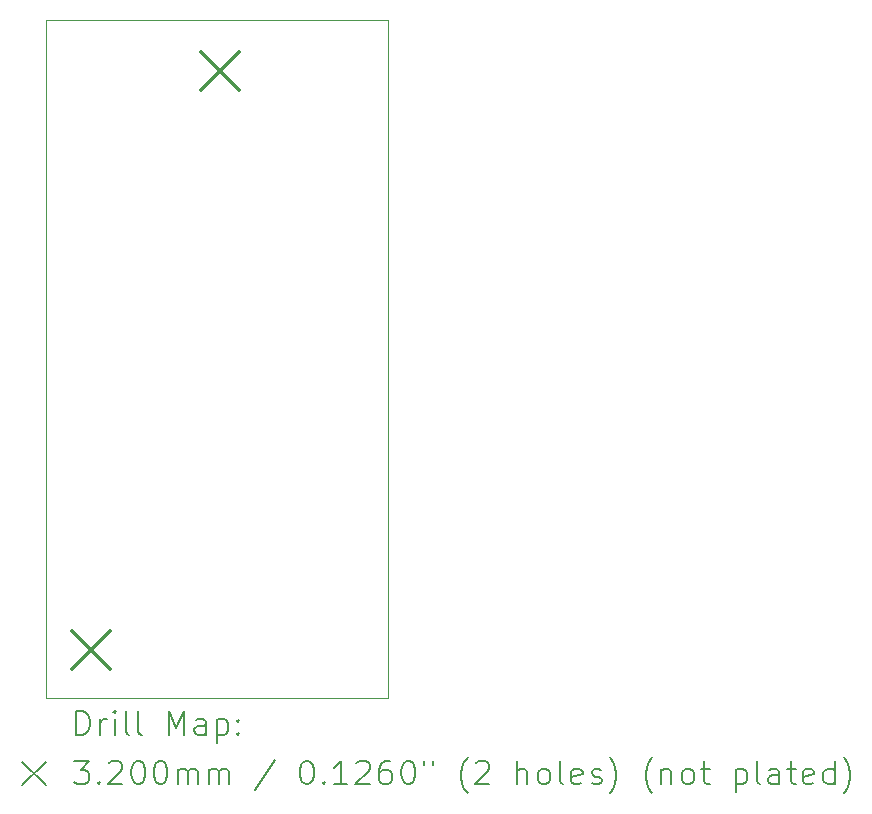
<source format=gbr>
%TF.GenerationSoftware,KiCad,Pcbnew,8.0.8+1*%
%TF.CreationDate,2025-02-28T11:12:55+11:00*%
%TF.ProjectId,vichyctl,76696368-7963-4746-9c2e-6b696361645f,rev?*%
%TF.SameCoordinates,Original*%
%TF.FileFunction,Drillmap*%
%TF.FilePolarity,Positive*%
%FSLAX45Y45*%
G04 Gerber Fmt 4.5, Leading zero omitted, Abs format (unit mm)*
G04 Created by KiCad (PCBNEW 8.0.8+1) date 2025-02-28 11:12:55*
%MOMM*%
%LPD*%
G01*
G04 APERTURE LIST*
%ADD10C,0.050000*%
%ADD11C,0.200000*%
%ADD12C,0.320000*%
G04 APERTURE END LIST*
D10*
X11963400Y-4140200D02*
X14859000Y-4140200D01*
X14859000Y-9880600D01*
X11963400Y-9880600D01*
X11963400Y-4140200D01*
D11*
D12*
X12184400Y-9314200D02*
X12504400Y-9634200D01*
X12504400Y-9314200D02*
X12184400Y-9634200D01*
X13276600Y-4412000D02*
X13596600Y-4732000D01*
X13596600Y-4412000D02*
X13276600Y-4732000D01*
D11*
X12221677Y-10194584D02*
X12221677Y-9994584D01*
X12221677Y-9994584D02*
X12269296Y-9994584D01*
X12269296Y-9994584D02*
X12297867Y-10004108D01*
X12297867Y-10004108D02*
X12316915Y-10023155D01*
X12316915Y-10023155D02*
X12326439Y-10042203D01*
X12326439Y-10042203D02*
X12335962Y-10080298D01*
X12335962Y-10080298D02*
X12335962Y-10108870D01*
X12335962Y-10108870D02*
X12326439Y-10146965D01*
X12326439Y-10146965D02*
X12316915Y-10166012D01*
X12316915Y-10166012D02*
X12297867Y-10185060D01*
X12297867Y-10185060D02*
X12269296Y-10194584D01*
X12269296Y-10194584D02*
X12221677Y-10194584D01*
X12421677Y-10194584D02*
X12421677Y-10061250D01*
X12421677Y-10099346D02*
X12431201Y-10080298D01*
X12431201Y-10080298D02*
X12440724Y-10070774D01*
X12440724Y-10070774D02*
X12459772Y-10061250D01*
X12459772Y-10061250D02*
X12478820Y-10061250D01*
X12545486Y-10194584D02*
X12545486Y-10061250D01*
X12545486Y-9994584D02*
X12535962Y-10004108D01*
X12535962Y-10004108D02*
X12545486Y-10013631D01*
X12545486Y-10013631D02*
X12555010Y-10004108D01*
X12555010Y-10004108D02*
X12545486Y-9994584D01*
X12545486Y-9994584D02*
X12545486Y-10013631D01*
X12669296Y-10194584D02*
X12650248Y-10185060D01*
X12650248Y-10185060D02*
X12640724Y-10166012D01*
X12640724Y-10166012D02*
X12640724Y-9994584D01*
X12774058Y-10194584D02*
X12755010Y-10185060D01*
X12755010Y-10185060D02*
X12745486Y-10166012D01*
X12745486Y-10166012D02*
X12745486Y-9994584D01*
X13002629Y-10194584D02*
X13002629Y-9994584D01*
X13002629Y-9994584D02*
X13069296Y-10137441D01*
X13069296Y-10137441D02*
X13135962Y-9994584D01*
X13135962Y-9994584D02*
X13135962Y-10194584D01*
X13316915Y-10194584D02*
X13316915Y-10089822D01*
X13316915Y-10089822D02*
X13307391Y-10070774D01*
X13307391Y-10070774D02*
X13288343Y-10061250D01*
X13288343Y-10061250D02*
X13250248Y-10061250D01*
X13250248Y-10061250D02*
X13231201Y-10070774D01*
X13316915Y-10185060D02*
X13297867Y-10194584D01*
X13297867Y-10194584D02*
X13250248Y-10194584D01*
X13250248Y-10194584D02*
X13231201Y-10185060D01*
X13231201Y-10185060D02*
X13221677Y-10166012D01*
X13221677Y-10166012D02*
X13221677Y-10146965D01*
X13221677Y-10146965D02*
X13231201Y-10127917D01*
X13231201Y-10127917D02*
X13250248Y-10118393D01*
X13250248Y-10118393D02*
X13297867Y-10118393D01*
X13297867Y-10118393D02*
X13316915Y-10108870D01*
X13412153Y-10061250D02*
X13412153Y-10261250D01*
X13412153Y-10070774D02*
X13431201Y-10061250D01*
X13431201Y-10061250D02*
X13469296Y-10061250D01*
X13469296Y-10061250D02*
X13488343Y-10070774D01*
X13488343Y-10070774D02*
X13497867Y-10080298D01*
X13497867Y-10080298D02*
X13507391Y-10099346D01*
X13507391Y-10099346D02*
X13507391Y-10156489D01*
X13507391Y-10156489D02*
X13497867Y-10175536D01*
X13497867Y-10175536D02*
X13488343Y-10185060D01*
X13488343Y-10185060D02*
X13469296Y-10194584D01*
X13469296Y-10194584D02*
X13431201Y-10194584D01*
X13431201Y-10194584D02*
X13412153Y-10185060D01*
X13593105Y-10175536D02*
X13602629Y-10185060D01*
X13602629Y-10185060D02*
X13593105Y-10194584D01*
X13593105Y-10194584D02*
X13583582Y-10185060D01*
X13583582Y-10185060D02*
X13593105Y-10175536D01*
X13593105Y-10175536D02*
X13593105Y-10194584D01*
X13593105Y-10070774D02*
X13602629Y-10080298D01*
X13602629Y-10080298D02*
X13593105Y-10089822D01*
X13593105Y-10089822D02*
X13583582Y-10080298D01*
X13583582Y-10080298D02*
X13593105Y-10070774D01*
X13593105Y-10070774D02*
X13593105Y-10089822D01*
X11760900Y-10423100D02*
X11960900Y-10623100D01*
X11960900Y-10423100D02*
X11760900Y-10623100D01*
X12202629Y-10414584D02*
X12326439Y-10414584D01*
X12326439Y-10414584D02*
X12259772Y-10490774D01*
X12259772Y-10490774D02*
X12288343Y-10490774D01*
X12288343Y-10490774D02*
X12307391Y-10500298D01*
X12307391Y-10500298D02*
X12316915Y-10509822D01*
X12316915Y-10509822D02*
X12326439Y-10528870D01*
X12326439Y-10528870D02*
X12326439Y-10576489D01*
X12326439Y-10576489D02*
X12316915Y-10595536D01*
X12316915Y-10595536D02*
X12307391Y-10605060D01*
X12307391Y-10605060D02*
X12288343Y-10614584D01*
X12288343Y-10614584D02*
X12231201Y-10614584D01*
X12231201Y-10614584D02*
X12212153Y-10605060D01*
X12212153Y-10605060D02*
X12202629Y-10595536D01*
X12412153Y-10595536D02*
X12421677Y-10605060D01*
X12421677Y-10605060D02*
X12412153Y-10614584D01*
X12412153Y-10614584D02*
X12402629Y-10605060D01*
X12402629Y-10605060D02*
X12412153Y-10595536D01*
X12412153Y-10595536D02*
X12412153Y-10614584D01*
X12497867Y-10433631D02*
X12507391Y-10424108D01*
X12507391Y-10424108D02*
X12526439Y-10414584D01*
X12526439Y-10414584D02*
X12574058Y-10414584D01*
X12574058Y-10414584D02*
X12593105Y-10424108D01*
X12593105Y-10424108D02*
X12602629Y-10433631D01*
X12602629Y-10433631D02*
X12612153Y-10452679D01*
X12612153Y-10452679D02*
X12612153Y-10471727D01*
X12612153Y-10471727D02*
X12602629Y-10500298D01*
X12602629Y-10500298D02*
X12488343Y-10614584D01*
X12488343Y-10614584D02*
X12612153Y-10614584D01*
X12735962Y-10414584D02*
X12755010Y-10414584D01*
X12755010Y-10414584D02*
X12774058Y-10424108D01*
X12774058Y-10424108D02*
X12783582Y-10433631D01*
X12783582Y-10433631D02*
X12793105Y-10452679D01*
X12793105Y-10452679D02*
X12802629Y-10490774D01*
X12802629Y-10490774D02*
X12802629Y-10538393D01*
X12802629Y-10538393D02*
X12793105Y-10576489D01*
X12793105Y-10576489D02*
X12783582Y-10595536D01*
X12783582Y-10595536D02*
X12774058Y-10605060D01*
X12774058Y-10605060D02*
X12755010Y-10614584D01*
X12755010Y-10614584D02*
X12735962Y-10614584D01*
X12735962Y-10614584D02*
X12716915Y-10605060D01*
X12716915Y-10605060D02*
X12707391Y-10595536D01*
X12707391Y-10595536D02*
X12697867Y-10576489D01*
X12697867Y-10576489D02*
X12688343Y-10538393D01*
X12688343Y-10538393D02*
X12688343Y-10490774D01*
X12688343Y-10490774D02*
X12697867Y-10452679D01*
X12697867Y-10452679D02*
X12707391Y-10433631D01*
X12707391Y-10433631D02*
X12716915Y-10424108D01*
X12716915Y-10424108D02*
X12735962Y-10414584D01*
X12926439Y-10414584D02*
X12945486Y-10414584D01*
X12945486Y-10414584D02*
X12964534Y-10424108D01*
X12964534Y-10424108D02*
X12974058Y-10433631D01*
X12974058Y-10433631D02*
X12983582Y-10452679D01*
X12983582Y-10452679D02*
X12993105Y-10490774D01*
X12993105Y-10490774D02*
X12993105Y-10538393D01*
X12993105Y-10538393D02*
X12983582Y-10576489D01*
X12983582Y-10576489D02*
X12974058Y-10595536D01*
X12974058Y-10595536D02*
X12964534Y-10605060D01*
X12964534Y-10605060D02*
X12945486Y-10614584D01*
X12945486Y-10614584D02*
X12926439Y-10614584D01*
X12926439Y-10614584D02*
X12907391Y-10605060D01*
X12907391Y-10605060D02*
X12897867Y-10595536D01*
X12897867Y-10595536D02*
X12888343Y-10576489D01*
X12888343Y-10576489D02*
X12878820Y-10538393D01*
X12878820Y-10538393D02*
X12878820Y-10490774D01*
X12878820Y-10490774D02*
X12888343Y-10452679D01*
X12888343Y-10452679D02*
X12897867Y-10433631D01*
X12897867Y-10433631D02*
X12907391Y-10424108D01*
X12907391Y-10424108D02*
X12926439Y-10414584D01*
X13078820Y-10614584D02*
X13078820Y-10481250D01*
X13078820Y-10500298D02*
X13088343Y-10490774D01*
X13088343Y-10490774D02*
X13107391Y-10481250D01*
X13107391Y-10481250D02*
X13135963Y-10481250D01*
X13135963Y-10481250D02*
X13155010Y-10490774D01*
X13155010Y-10490774D02*
X13164534Y-10509822D01*
X13164534Y-10509822D02*
X13164534Y-10614584D01*
X13164534Y-10509822D02*
X13174058Y-10490774D01*
X13174058Y-10490774D02*
X13193105Y-10481250D01*
X13193105Y-10481250D02*
X13221677Y-10481250D01*
X13221677Y-10481250D02*
X13240724Y-10490774D01*
X13240724Y-10490774D02*
X13250248Y-10509822D01*
X13250248Y-10509822D02*
X13250248Y-10614584D01*
X13345486Y-10614584D02*
X13345486Y-10481250D01*
X13345486Y-10500298D02*
X13355010Y-10490774D01*
X13355010Y-10490774D02*
X13374058Y-10481250D01*
X13374058Y-10481250D02*
X13402629Y-10481250D01*
X13402629Y-10481250D02*
X13421677Y-10490774D01*
X13421677Y-10490774D02*
X13431201Y-10509822D01*
X13431201Y-10509822D02*
X13431201Y-10614584D01*
X13431201Y-10509822D02*
X13440724Y-10490774D01*
X13440724Y-10490774D02*
X13459772Y-10481250D01*
X13459772Y-10481250D02*
X13488343Y-10481250D01*
X13488343Y-10481250D02*
X13507391Y-10490774D01*
X13507391Y-10490774D02*
X13516915Y-10509822D01*
X13516915Y-10509822D02*
X13516915Y-10614584D01*
X13907391Y-10405060D02*
X13735963Y-10662203D01*
X14164534Y-10414584D02*
X14183582Y-10414584D01*
X14183582Y-10414584D02*
X14202629Y-10424108D01*
X14202629Y-10424108D02*
X14212153Y-10433631D01*
X14212153Y-10433631D02*
X14221677Y-10452679D01*
X14221677Y-10452679D02*
X14231201Y-10490774D01*
X14231201Y-10490774D02*
X14231201Y-10538393D01*
X14231201Y-10538393D02*
X14221677Y-10576489D01*
X14221677Y-10576489D02*
X14212153Y-10595536D01*
X14212153Y-10595536D02*
X14202629Y-10605060D01*
X14202629Y-10605060D02*
X14183582Y-10614584D01*
X14183582Y-10614584D02*
X14164534Y-10614584D01*
X14164534Y-10614584D02*
X14145486Y-10605060D01*
X14145486Y-10605060D02*
X14135963Y-10595536D01*
X14135963Y-10595536D02*
X14126439Y-10576489D01*
X14126439Y-10576489D02*
X14116915Y-10538393D01*
X14116915Y-10538393D02*
X14116915Y-10490774D01*
X14116915Y-10490774D02*
X14126439Y-10452679D01*
X14126439Y-10452679D02*
X14135963Y-10433631D01*
X14135963Y-10433631D02*
X14145486Y-10424108D01*
X14145486Y-10424108D02*
X14164534Y-10414584D01*
X14316915Y-10595536D02*
X14326439Y-10605060D01*
X14326439Y-10605060D02*
X14316915Y-10614584D01*
X14316915Y-10614584D02*
X14307391Y-10605060D01*
X14307391Y-10605060D02*
X14316915Y-10595536D01*
X14316915Y-10595536D02*
X14316915Y-10614584D01*
X14516915Y-10614584D02*
X14402629Y-10614584D01*
X14459772Y-10614584D02*
X14459772Y-10414584D01*
X14459772Y-10414584D02*
X14440725Y-10443155D01*
X14440725Y-10443155D02*
X14421677Y-10462203D01*
X14421677Y-10462203D02*
X14402629Y-10471727D01*
X14593106Y-10433631D02*
X14602629Y-10424108D01*
X14602629Y-10424108D02*
X14621677Y-10414584D01*
X14621677Y-10414584D02*
X14669296Y-10414584D01*
X14669296Y-10414584D02*
X14688344Y-10424108D01*
X14688344Y-10424108D02*
X14697867Y-10433631D01*
X14697867Y-10433631D02*
X14707391Y-10452679D01*
X14707391Y-10452679D02*
X14707391Y-10471727D01*
X14707391Y-10471727D02*
X14697867Y-10500298D01*
X14697867Y-10500298D02*
X14583582Y-10614584D01*
X14583582Y-10614584D02*
X14707391Y-10614584D01*
X14878820Y-10414584D02*
X14840725Y-10414584D01*
X14840725Y-10414584D02*
X14821677Y-10424108D01*
X14821677Y-10424108D02*
X14812153Y-10433631D01*
X14812153Y-10433631D02*
X14793106Y-10462203D01*
X14793106Y-10462203D02*
X14783582Y-10500298D01*
X14783582Y-10500298D02*
X14783582Y-10576489D01*
X14783582Y-10576489D02*
X14793106Y-10595536D01*
X14793106Y-10595536D02*
X14802629Y-10605060D01*
X14802629Y-10605060D02*
X14821677Y-10614584D01*
X14821677Y-10614584D02*
X14859772Y-10614584D01*
X14859772Y-10614584D02*
X14878820Y-10605060D01*
X14878820Y-10605060D02*
X14888344Y-10595536D01*
X14888344Y-10595536D02*
X14897867Y-10576489D01*
X14897867Y-10576489D02*
X14897867Y-10528870D01*
X14897867Y-10528870D02*
X14888344Y-10509822D01*
X14888344Y-10509822D02*
X14878820Y-10500298D01*
X14878820Y-10500298D02*
X14859772Y-10490774D01*
X14859772Y-10490774D02*
X14821677Y-10490774D01*
X14821677Y-10490774D02*
X14802629Y-10500298D01*
X14802629Y-10500298D02*
X14793106Y-10509822D01*
X14793106Y-10509822D02*
X14783582Y-10528870D01*
X15021677Y-10414584D02*
X15040725Y-10414584D01*
X15040725Y-10414584D02*
X15059772Y-10424108D01*
X15059772Y-10424108D02*
X15069296Y-10433631D01*
X15069296Y-10433631D02*
X15078820Y-10452679D01*
X15078820Y-10452679D02*
X15088344Y-10490774D01*
X15088344Y-10490774D02*
X15088344Y-10538393D01*
X15088344Y-10538393D02*
X15078820Y-10576489D01*
X15078820Y-10576489D02*
X15069296Y-10595536D01*
X15069296Y-10595536D02*
X15059772Y-10605060D01*
X15059772Y-10605060D02*
X15040725Y-10614584D01*
X15040725Y-10614584D02*
X15021677Y-10614584D01*
X15021677Y-10614584D02*
X15002629Y-10605060D01*
X15002629Y-10605060D02*
X14993106Y-10595536D01*
X14993106Y-10595536D02*
X14983582Y-10576489D01*
X14983582Y-10576489D02*
X14974058Y-10538393D01*
X14974058Y-10538393D02*
X14974058Y-10490774D01*
X14974058Y-10490774D02*
X14983582Y-10452679D01*
X14983582Y-10452679D02*
X14993106Y-10433631D01*
X14993106Y-10433631D02*
X15002629Y-10424108D01*
X15002629Y-10424108D02*
X15021677Y-10414584D01*
X15164534Y-10414584D02*
X15164534Y-10452679D01*
X15240725Y-10414584D02*
X15240725Y-10452679D01*
X15535963Y-10690774D02*
X15526439Y-10681250D01*
X15526439Y-10681250D02*
X15507391Y-10652679D01*
X15507391Y-10652679D02*
X15497868Y-10633631D01*
X15497868Y-10633631D02*
X15488344Y-10605060D01*
X15488344Y-10605060D02*
X15478820Y-10557441D01*
X15478820Y-10557441D02*
X15478820Y-10519346D01*
X15478820Y-10519346D02*
X15488344Y-10471727D01*
X15488344Y-10471727D02*
X15497868Y-10443155D01*
X15497868Y-10443155D02*
X15507391Y-10424108D01*
X15507391Y-10424108D02*
X15526439Y-10395536D01*
X15526439Y-10395536D02*
X15535963Y-10386012D01*
X15602629Y-10433631D02*
X15612153Y-10424108D01*
X15612153Y-10424108D02*
X15631201Y-10414584D01*
X15631201Y-10414584D02*
X15678820Y-10414584D01*
X15678820Y-10414584D02*
X15697868Y-10424108D01*
X15697868Y-10424108D02*
X15707391Y-10433631D01*
X15707391Y-10433631D02*
X15716915Y-10452679D01*
X15716915Y-10452679D02*
X15716915Y-10471727D01*
X15716915Y-10471727D02*
X15707391Y-10500298D01*
X15707391Y-10500298D02*
X15593106Y-10614584D01*
X15593106Y-10614584D02*
X15716915Y-10614584D01*
X15955010Y-10614584D02*
X15955010Y-10414584D01*
X16040725Y-10614584D02*
X16040725Y-10509822D01*
X16040725Y-10509822D02*
X16031201Y-10490774D01*
X16031201Y-10490774D02*
X16012153Y-10481250D01*
X16012153Y-10481250D02*
X15983582Y-10481250D01*
X15983582Y-10481250D02*
X15964534Y-10490774D01*
X15964534Y-10490774D02*
X15955010Y-10500298D01*
X16164534Y-10614584D02*
X16145487Y-10605060D01*
X16145487Y-10605060D02*
X16135963Y-10595536D01*
X16135963Y-10595536D02*
X16126439Y-10576489D01*
X16126439Y-10576489D02*
X16126439Y-10519346D01*
X16126439Y-10519346D02*
X16135963Y-10500298D01*
X16135963Y-10500298D02*
X16145487Y-10490774D01*
X16145487Y-10490774D02*
X16164534Y-10481250D01*
X16164534Y-10481250D02*
X16193106Y-10481250D01*
X16193106Y-10481250D02*
X16212153Y-10490774D01*
X16212153Y-10490774D02*
X16221677Y-10500298D01*
X16221677Y-10500298D02*
X16231201Y-10519346D01*
X16231201Y-10519346D02*
X16231201Y-10576489D01*
X16231201Y-10576489D02*
X16221677Y-10595536D01*
X16221677Y-10595536D02*
X16212153Y-10605060D01*
X16212153Y-10605060D02*
X16193106Y-10614584D01*
X16193106Y-10614584D02*
X16164534Y-10614584D01*
X16345487Y-10614584D02*
X16326439Y-10605060D01*
X16326439Y-10605060D02*
X16316915Y-10586012D01*
X16316915Y-10586012D02*
X16316915Y-10414584D01*
X16497868Y-10605060D02*
X16478820Y-10614584D01*
X16478820Y-10614584D02*
X16440725Y-10614584D01*
X16440725Y-10614584D02*
X16421677Y-10605060D01*
X16421677Y-10605060D02*
X16412153Y-10586012D01*
X16412153Y-10586012D02*
X16412153Y-10509822D01*
X16412153Y-10509822D02*
X16421677Y-10490774D01*
X16421677Y-10490774D02*
X16440725Y-10481250D01*
X16440725Y-10481250D02*
X16478820Y-10481250D01*
X16478820Y-10481250D02*
X16497868Y-10490774D01*
X16497868Y-10490774D02*
X16507391Y-10509822D01*
X16507391Y-10509822D02*
X16507391Y-10528870D01*
X16507391Y-10528870D02*
X16412153Y-10547917D01*
X16583582Y-10605060D02*
X16602630Y-10614584D01*
X16602630Y-10614584D02*
X16640725Y-10614584D01*
X16640725Y-10614584D02*
X16659772Y-10605060D01*
X16659772Y-10605060D02*
X16669296Y-10586012D01*
X16669296Y-10586012D02*
X16669296Y-10576489D01*
X16669296Y-10576489D02*
X16659772Y-10557441D01*
X16659772Y-10557441D02*
X16640725Y-10547917D01*
X16640725Y-10547917D02*
X16612153Y-10547917D01*
X16612153Y-10547917D02*
X16593106Y-10538393D01*
X16593106Y-10538393D02*
X16583582Y-10519346D01*
X16583582Y-10519346D02*
X16583582Y-10509822D01*
X16583582Y-10509822D02*
X16593106Y-10490774D01*
X16593106Y-10490774D02*
X16612153Y-10481250D01*
X16612153Y-10481250D02*
X16640725Y-10481250D01*
X16640725Y-10481250D02*
X16659772Y-10490774D01*
X16735963Y-10690774D02*
X16745487Y-10681250D01*
X16745487Y-10681250D02*
X16764534Y-10652679D01*
X16764534Y-10652679D02*
X16774058Y-10633631D01*
X16774058Y-10633631D02*
X16783582Y-10605060D01*
X16783582Y-10605060D02*
X16793106Y-10557441D01*
X16793106Y-10557441D02*
X16793106Y-10519346D01*
X16793106Y-10519346D02*
X16783582Y-10471727D01*
X16783582Y-10471727D02*
X16774058Y-10443155D01*
X16774058Y-10443155D02*
X16764534Y-10424108D01*
X16764534Y-10424108D02*
X16745487Y-10395536D01*
X16745487Y-10395536D02*
X16735963Y-10386012D01*
X17097868Y-10690774D02*
X17088344Y-10681250D01*
X17088344Y-10681250D02*
X17069296Y-10652679D01*
X17069296Y-10652679D02*
X17059773Y-10633631D01*
X17059773Y-10633631D02*
X17050249Y-10605060D01*
X17050249Y-10605060D02*
X17040725Y-10557441D01*
X17040725Y-10557441D02*
X17040725Y-10519346D01*
X17040725Y-10519346D02*
X17050249Y-10471727D01*
X17050249Y-10471727D02*
X17059773Y-10443155D01*
X17059773Y-10443155D02*
X17069296Y-10424108D01*
X17069296Y-10424108D02*
X17088344Y-10395536D01*
X17088344Y-10395536D02*
X17097868Y-10386012D01*
X17174058Y-10481250D02*
X17174058Y-10614584D01*
X17174058Y-10500298D02*
X17183582Y-10490774D01*
X17183582Y-10490774D02*
X17202630Y-10481250D01*
X17202630Y-10481250D02*
X17231201Y-10481250D01*
X17231201Y-10481250D02*
X17250249Y-10490774D01*
X17250249Y-10490774D02*
X17259773Y-10509822D01*
X17259773Y-10509822D02*
X17259773Y-10614584D01*
X17383582Y-10614584D02*
X17364534Y-10605060D01*
X17364534Y-10605060D02*
X17355011Y-10595536D01*
X17355011Y-10595536D02*
X17345487Y-10576489D01*
X17345487Y-10576489D02*
X17345487Y-10519346D01*
X17345487Y-10519346D02*
X17355011Y-10500298D01*
X17355011Y-10500298D02*
X17364534Y-10490774D01*
X17364534Y-10490774D02*
X17383582Y-10481250D01*
X17383582Y-10481250D02*
X17412154Y-10481250D01*
X17412154Y-10481250D02*
X17431201Y-10490774D01*
X17431201Y-10490774D02*
X17440725Y-10500298D01*
X17440725Y-10500298D02*
X17450249Y-10519346D01*
X17450249Y-10519346D02*
X17450249Y-10576489D01*
X17450249Y-10576489D02*
X17440725Y-10595536D01*
X17440725Y-10595536D02*
X17431201Y-10605060D01*
X17431201Y-10605060D02*
X17412154Y-10614584D01*
X17412154Y-10614584D02*
X17383582Y-10614584D01*
X17507392Y-10481250D02*
X17583582Y-10481250D01*
X17535963Y-10414584D02*
X17535963Y-10586012D01*
X17535963Y-10586012D02*
X17545487Y-10605060D01*
X17545487Y-10605060D02*
X17564534Y-10614584D01*
X17564534Y-10614584D02*
X17583582Y-10614584D01*
X17802630Y-10481250D02*
X17802630Y-10681250D01*
X17802630Y-10490774D02*
X17821677Y-10481250D01*
X17821677Y-10481250D02*
X17859773Y-10481250D01*
X17859773Y-10481250D02*
X17878820Y-10490774D01*
X17878820Y-10490774D02*
X17888344Y-10500298D01*
X17888344Y-10500298D02*
X17897868Y-10519346D01*
X17897868Y-10519346D02*
X17897868Y-10576489D01*
X17897868Y-10576489D02*
X17888344Y-10595536D01*
X17888344Y-10595536D02*
X17878820Y-10605060D01*
X17878820Y-10605060D02*
X17859773Y-10614584D01*
X17859773Y-10614584D02*
X17821677Y-10614584D01*
X17821677Y-10614584D02*
X17802630Y-10605060D01*
X18012154Y-10614584D02*
X17993106Y-10605060D01*
X17993106Y-10605060D02*
X17983582Y-10586012D01*
X17983582Y-10586012D02*
X17983582Y-10414584D01*
X18174058Y-10614584D02*
X18174058Y-10509822D01*
X18174058Y-10509822D02*
X18164535Y-10490774D01*
X18164535Y-10490774D02*
X18145487Y-10481250D01*
X18145487Y-10481250D02*
X18107392Y-10481250D01*
X18107392Y-10481250D02*
X18088344Y-10490774D01*
X18174058Y-10605060D02*
X18155011Y-10614584D01*
X18155011Y-10614584D02*
X18107392Y-10614584D01*
X18107392Y-10614584D02*
X18088344Y-10605060D01*
X18088344Y-10605060D02*
X18078820Y-10586012D01*
X18078820Y-10586012D02*
X18078820Y-10566965D01*
X18078820Y-10566965D02*
X18088344Y-10547917D01*
X18088344Y-10547917D02*
X18107392Y-10538393D01*
X18107392Y-10538393D02*
X18155011Y-10538393D01*
X18155011Y-10538393D02*
X18174058Y-10528870D01*
X18240725Y-10481250D02*
X18316915Y-10481250D01*
X18269296Y-10414584D02*
X18269296Y-10586012D01*
X18269296Y-10586012D02*
X18278820Y-10605060D01*
X18278820Y-10605060D02*
X18297868Y-10614584D01*
X18297868Y-10614584D02*
X18316915Y-10614584D01*
X18459773Y-10605060D02*
X18440725Y-10614584D01*
X18440725Y-10614584D02*
X18402630Y-10614584D01*
X18402630Y-10614584D02*
X18383582Y-10605060D01*
X18383582Y-10605060D02*
X18374058Y-10586012D01*
X18374058Y-10586012D02*
X18374058Y-10509822D01*
X18374058Y-10509822D02*
X18383582Y-10490774D01*
X18383582Y-10490774D02*
X18402630Y-10481250D01*
X18402630Y-10481250D02*
X18440725Y-10481250D01*
X18440725Y-10481250D02*
X18459773Y-10490774D01*
X18459773Y-10490774D02*
X18469296Y-10509822D01*
X18469296Y-10509822D02*
X18469296Y-10528870D01*
X18469296Y-10528870D02*
X18374058Y-10547917D01*
X18640725Y-10614584D02*
X18640725Y-10414584D01*
X18640725Y-10605060D02*
X18621677Y-10614584D01*
X18621677Y-10614584D02*
X18583582Y-10614584D01*
X18583582Y-10614584D02*
X18564535Y-10605060D01*
X18564535Y-10605060D02*
X18555011Y-10595536D01*
X18555011Y-10595536D02*
X18545487Y-10576489D01*
X18545487Y-10576489D02*
X18545487Y-10519346D01*
X18545487Y-10519346D02*
X18555011Y-10500298D01*
X18555011Y-10500298D02*
X18564535Y-10490774D01*
X18564535Y-10490774D02*
X18583582Y-10481250D01*
X18583582Y-10481250D02*
X18621677Y-10481250D01*
X18621677Y-10481250D02*
X18640725Y-10490774D01*
X18716916Y-10690774D02*
X18726439Y-10681250D01*
X18726439Y-10681250D02*
X18745487Y-10652679D01*
X18745487Y-10652679D02*
X18755011Y-10633631D01*
X18755011Y-10633631D02*
X18764535Y-10605060D01*
X18764535Y-10605060D02*
X18774058Y-10557441D01*
X18774058Y-10557441D02*
X18774058Y-10519346D01*
X18774058Y-10519346D02*
X18764535Y-10471727D01*
X18764535Y-10471727D02*
X18755011Y-10443155D01*
X18755011Y-10443155D02*
X18745487Y-10424108D01*
X18745487Y-10424108D02*
X18726439Y-10395536D01*
X18726439Y-10395536D02*
X18716916Y-10386012D01*
M02*

</source>
